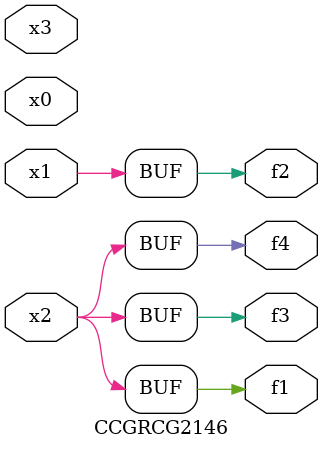
<source format=v>
module CCGRCG2146(
	input x0, x1, x2, x3,
	output f1, f2, f3, f4
);
	assign f1 = x2;
	assign f2 = x1;
	assign f3 = x2;
	assign f4 = x2;
endmodule

</source>
